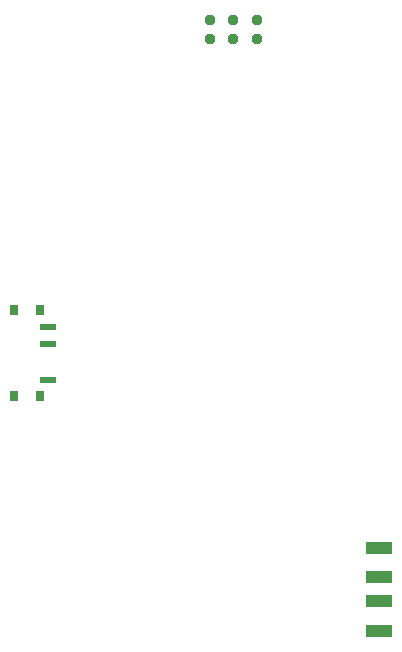
<source format=gbr>
%TF.GenerationSoftware,KiCad,Pcbnew,(6.0.4)*%
%TF.CreationDate,2022-05-12T22:13:07-04:00*%
%TF.ProjectId,Mouse V1,4d6f7573-6520-4563-912e-6b696361645f,V2.0*%
%TF.SameCoordinates,Original*%
%TF.FileFunction,Paste,Bot*%
%TF.FilePolarity,Positive*%
%FSLAX46Y46*%
G04 Gerber Fmt 4.6, Leading zero omitted, Abs format (unit mm)*
G04 Created by KiCad (PCBNEW (6.0.4)) date 2022-05-12 22:13:07*
%MOMM*%
%LPD*%
G01*
G04 APERTURE LIST*
G04 Aperture macros list*
%AMRoundRect*
0 Rectangle with rounded corners*
0 $1 Rounding radius*
0 $2 $3 $4 $5 $6 $7 $8 $9 X,Y pos of 4 corners*
0 Add a 4 corners polygon primitive as box body*
4,1,4,$2,$3,$4,$5,$6,$7,$8,$9,$2,$3,0*
0 Add four circle primitives for the rounded corners*
1,1,$1+$1,$2,$3*
1,1,$1+$1,$4,$5*
1,1,$1+$1,$6,$7*
1,1,$1+$1,$8,$9*
0 Add four rect primitives between the rounded corners*
20,1,$1+$1,$2,$3,$4,$5,0*
20,1,$1+$1,$4,$5,$6,$7,0*
20,1,$1+$1,$6,$7,$8,$9,0*
20,1,$1+$1,$8,$9,$2,$3,0*%
G04 Aperture macros list end*
%ADD10RoundRect,0.175000X-0.252500X0.218750X-0.252500X-0.218750X0.252500X-0.218750X0.252500X0.218750X0*%
%ADD11R,0.720000X0.900000*%
%ADD12R,1.350000X0.630000*%
%ADD13R,2.250000X0.990000*%
G04 APERTURE END LIST*
D10*
%TO.C,D2*%
X134500000Y-96212500D03*
X134500000Y-97787500D03*
%TD*%
%TO.C,D3*%
X136500000Y-96212500D03*
X136500000Y-97787500D03*
%TD*%
D11*
%TO.C,SW9*%
X118135000Y-128050000D03*
X115925000Y-128050000D03*
X115925000Y-120750000D03*
X118135000Y-120750000D03*
D12*
X118785000Y-126650000D03*
X118785000Y-123650000D03*
X118785000Y-122150000D03*
%TD*%
D13*
%TO.C,J4*%
X146883257Y-140885479D03*
X146883257Y-143385479D03*
X146883257Y-145385479D03*
X146883257Y-147885479D03*
%TD*%
D10*
%TO.C,D1*%
X132500000Y-96212500D03*
X132500000Y-97787500D03*
%TD*%
M02*

</source>
